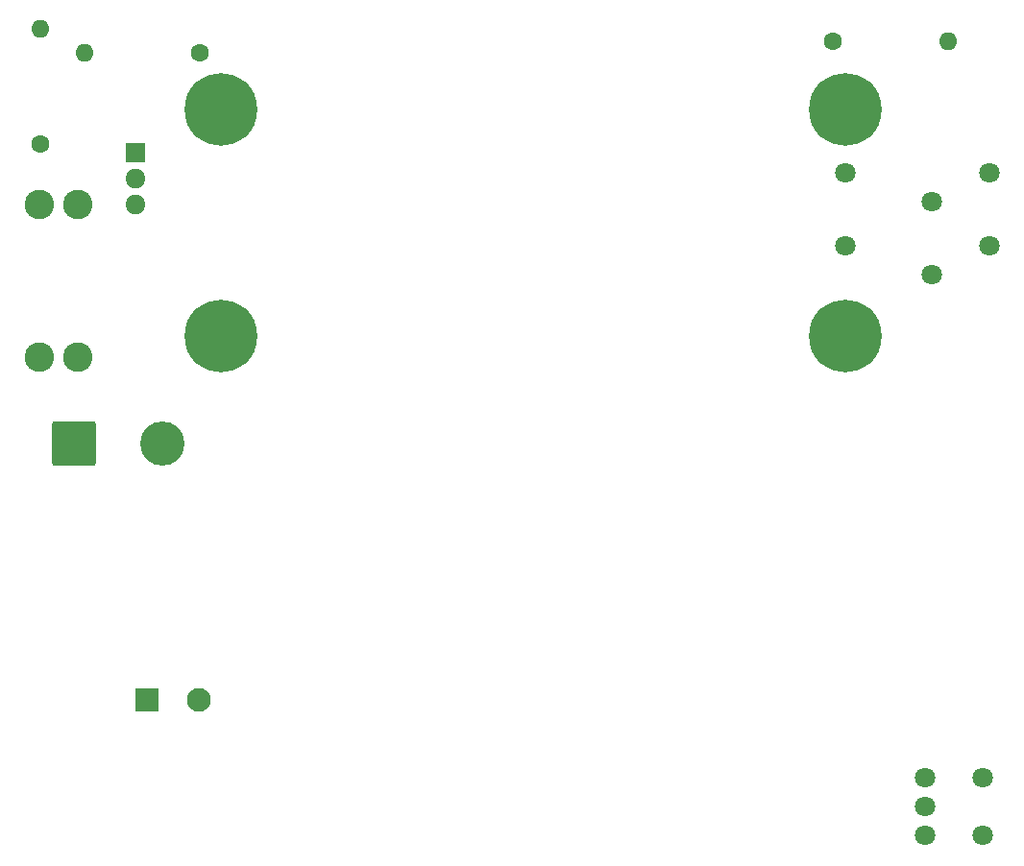
<source format=gbr>
%TF.GenerationSoftware,KiCad,Pcbnew,7.0.9*%
%TF.CreationDate,2025-02-06T13:00:42+09:00*%
%TF.ProjectId,05-PWR,30352d50-5752-42e6-9b69-6361645f7063,rev?*%
%TF.SameCoordinates,Original*%
%TF.FileFunction,Soldermask,Bot*%
%TF.FilePolarity,Negative*%
%FSLAX46Y46*%
G04 Gerber Fmt 4.6, Leading zero omitted, Abs format (unit mm)*
G04 Created by KiCad (PCBNEW 7.0.9) date 2025-02-06 13:00:42*
%MOMM*%
%LPD*%
G01*
G04 APERTURE LIST*
G04 Aperture macros list*
%AMRoundRect*
0 Rectangle with rounded corners*
0 $1 Rounding radius*
0 $2 $3 $4 $5 $6 $7 $8 $9 X,Y pos of 4 corners*
0 Add a 4 corners polygon primitive as box body*
4,1,4,$2,$3,$4,$5,$6,$7,$8,$9,$2,$3,0*
0 Add four circle primitives for the rounded corners*
1,1,$1+$1,$2,$3*
1,1,$1+$1,$4,$5*
1,1,$1+$1,$6,$7*
1,1,$1+$1,$8,$9*
0 Add four rect primitives between the rounded corners*
20,1,$1+$1,$2,$3,$4,$5,0*
20,1,$1+$1,$4,$5,$6,$7,0*
20,1,$1+$1,$6,$7,$8,$9,0*
20,1,$1+$1,$8,$9,$2,$3,0*%
G04 Aperture macros list end*
%ADD10C,2.604000*%
%ADD11C,1.600000*%
%ADD12O,1.600000X1.600000*%
%ADD13C,0.800000*%
%ADD14C,6.400000*%
%ADD15C,1.800000*%
%ADD16R,1.800000X1.717500*%
%ADD17O,1.800000X1.717500*%
%ADD18RoundRect,0.250002X-1.699998X-1.699998X1.699998X-1.699998X1.699998X1.699998X-1.699998X1.699998X0*%
%ADD19C,3.900000*%
%ADD20RoundRect,0.250001X-0.799999X-0.799999X0.799999X-0.799999X0.799999X0.799999X-0.799999X0.799999X0*%
%ADD21C,2.100000*%
G04 APERTURE END LIST*
D10*
%TO.C,F1*%
X37338000Y-88384000D03*
X33938000Y-88384000D03*
X37338000Y-101854000D03*
X33938000Y-101854000D03*
%TD*%
D11*
%TO.C,10k*%
X34000000Y-83080000D03*
D12*
X34000000Y-72920000D03*
%TD*%
D13*
%TO.C,H2*%
X102600000Y-100000000D03*
X103302944Y-98302944D03*
X103302944Y-101697056D03*
X105000000Y-97600000D03*
D14*
X105000000Y-100000000D03*
D13*
X105000000Y-102400000D03*
X106697056Y-98302944D03*
X106697056Y-101697056D03*
X107400000Y-100000000D03*
%TD*%
D11*
%TO.C,1k2*%
X103920000Y-74000000D03*
D12*
X114080000Y-74000000D03*
%TD*%
D11*
%TO.C,1k2*%
X48080000Y-75000000D03*
D12*
X37920000Y-75000000D03*
%TD*%
D15*
%TO.C,RV5V-1340\u03A9*%
X105000000Y-85600000D03*
X112620000Y-88140000D03*
X117700000Y-85600000D03*
%TD*%
D16*
%TO.C,Q1*%
X42418000Y-83812000D03*
D17*
X42418000Y-86102000D03*
X42418000Y-88392000D03*
%TD*%
D13*
%TO.C,H4*%
X47600000Y-80000000D03*
X48302944Y-78302944D03*
X48302944Y-81697056D03*
X50000000Y-77600000D03*
D14*
X50000000Y-80000000D03*
D13*
X50000000Y-82400000D03*
X51697056Y-78302944D03*
X51697056Y-81697056D03*
X52400000Y-80000000D03*
%TD*%
D15*
%TO.C,SW1*%
X117059859Y-144000000D03*
X117059859Y-138920000D03*
X111979859Y-138920000D03*
X111979859Y-141460000D03*
X111979859Y-144000000D03*
%TD*%
D13*
%TO.C,H1*%
X47600000Y-100000000D03*
X48302944Y-98302944D03*
X48302944Y-101697056D03*
X50000000Y-97600000D03*
D14*
X50000000Y-100000000D03*
D13*
X50000000Y-102400000D03*
X51697056Y-98302944D03*
X51697056Y-101697056D03*
X52400000Y-100000000D03*
%TD*%
D18*
%TO.C,J2*%
X36994000Y-109474000D03*
D19*
X44794000Y-109474000D03*
%TD*%
D13*
%TO.C,H3*%
X102600000Y-80000000D03*
X103302944Y-78302944D03*
X103302944Y-81697056D03*
X105000000Y-77600000D03*
D14*
X105000000Y-80000000D03*
D13*
X105000000Y-82400000D03*
X106697056Y-78302944D03*
X106697056Y-81697056D03*
X107400000Y-80000000D03*
%TD*%
D20*
%TO.C,J1*%
X43406000Y-132080000D03*
D21*
X48006000Y-132080000D03*
%TD*%
D15*
%TO.C,3V3-2180\u03A9*%
X105000000Y-92000000D03*
X112620000Y-94540000D03*
X117700000Y-92000000D03*
%TD*%
M02*

</source>
